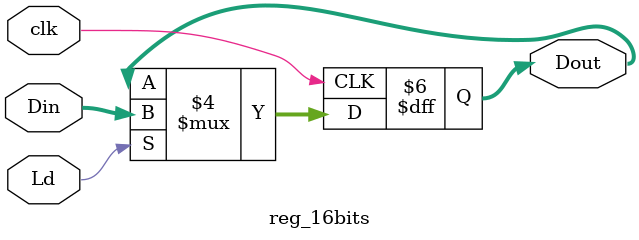
<source format=v>
module reg_16bits (clk,Ld, Din, Dout);

	input clk;
	input Ld;
	input [15:0] Din;
	output reg [15:0] Dout = 16'h0000;
	
	always@(negedge clk)
	begin
		
		if(Ld==1) Dout <= Din;		
//		else Dout <= Dout;
		
	end 
	
endmodule 
</source>
